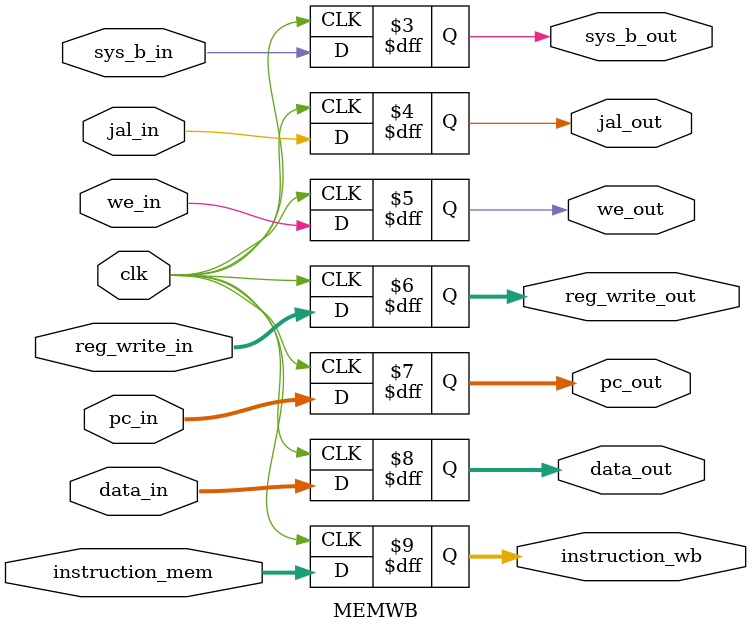
<source format=v>
`timescale 1ns / 1ps


module MEMWB(
pc_in,data_in,sys_b_in,reg_write_in,jal_in,we_in,clk,instruction_mem,
pc_out,data_out,sys_b_out,reg_write_out,jal_out,we_out,instruction_wb
    );
input sys_b_in,jal_in,we_in,clk;
input [4:0]reg_write_in;
input [31:0]pc_in,data_in;
input [31:0] instruction_mem;
output reg sys_b_out,jal_out,we_out;
output reg [4:0]reg_write_out;
output reg [31:0]pc_out,data_out;
output reg [31:0] instruction_wb;
initial
        begin
            pc_out <= 0;
            data_out <= 0;
            sys_b_out <= 0;
            jal_out <= 0;
            reg_write_out <= 0;
            we_out <= 0;
            instruction_wb <= 0;
        end
always @(posedge clk)
    begin
        pc_out <= pc_in;
        data_out <= data_in;
        sys_b_out <= sys_b_in;
        jal_out <= jal_in;
        reg_write_out <= reg_write_in;
        we_out <= we_in;
        instruction_wb <= instruction_mem;
    end
endmodule

</source>
